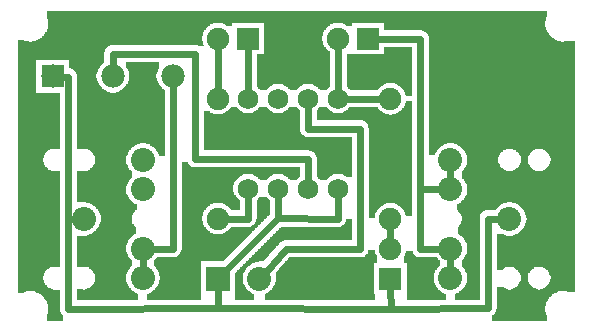
<source format=gtl>
G04 MADE WITH FRITZING*
G04 WWW.FRITZING.ORG*
G04 DOUBLE SIDED*
G04 HOLES PLATED*
G04 CONTOUR ON CENTER OF CONTOUR VECTOR*
%ASAXBY*%
%FSLAX23Y23*%
%MOIN*%
%OFA0B0*%
%SFA1.0B1.0*%
%ADD10C,0.075000*%
%ADD11C,0.068000*%
%ADD12C,0.080350*%
%ADD13C,0.080000*%
%ADD14C,0.078000*%
%ADD15R,0.080000X0.080000*%
%ADD16R,0.075000X0.075000*%
%ADD17R,0.078000X0.078000*%
%ADD18C,0.024000*%
%LNCOPPER1*%
G90*
G70*
G54D10*
X1295Y890D03*
X1266Y653D03*
X746Y663D03*
X582Y200D03*
X975Y202D03*
X1461Y1025D03*
G54D11*
X815Y484D03*
X915Y484D03*
X1015Y484D03*
X1115Y484D03*
X1115Y784D03*
X1015Y784D03*
X915Y784D03*
X815Y784D03*
X815Y484D03*
X915Y484D03*
X1015Y484D03*
X1115Y484D03*
X1115Y784D03*
X1015Y784D03*
X915Y784D03*
X815Y784D03*
G54D12*
X1687Y382D03*
X1490Y185D03*
X1490Y284D03*
X1490Y481D03*
X1490Y579D03*
G54D13*
X715Y184D03*
X853Y184D03*
G54D10*
X1290Y383D03*
X1290Y783D03*
X1290Y183D03*
X1290Y283D03*
G54D14*
X165Y858D03*
X365Y858D03*
X565Y858D03*
G54D10*
X715Y384D03*
X715Y784D03*
X815Y984D03*
X715Y984D03*
X1215Y984D03*
X1115Y984D03*
G54D12*
X268Y382D03*
X465Y579D03*
X465Y481D03*
X465Y284D03*
X465Y185D03*
G54D15*
X715Y184D03*
G54D16*
X1290Y183D03*
G54D17*
X165Y858D03*
G54D16*
X815Y984D03*
X1215Y984D03*
G54D18*
X465Y227D02*
X465Y243D01*
D02*
X737Y206D02*
X915Y385D01*
D02*
X1115Y384D02*
X1115Y457D01*
D02*
X915Y385D02*
X1115Y384D01*
D02*
X915Y385D02*
X915Y457D01*
D02*
X815Y384D02*
X744Y384D01*
D02*
X815Y457D02*
X815Y384D01*
D02*
X815Y811D02*
X815Y955D01*
D02*
X1615Y384D02*
X1646Y383D01*
D02*
X1615Y85D02*
X1615Y384D01*
D02*
X1390Y483D02*
X1449Y482D01*
D02*
X1390Y282D02*
X1390Y483D01*
D02*
X1490Y522D02*
X1490Y538D01*
D02*
X1390Y282D02*
X1449Y283D01*
D02*
X1490Y243D02*
X1490Y227D01*
D02*
X1291Y83D02*
X1615Y85D01*
D02*
X715Y955D02*
X715Y812D01*
D02*
X216Y83D02*
X216Y383D01*
D02*
X715Y85D02*
X216Y83D01*
D02*
X715Y153D02*
X715Y85D01*
D02*
X1290Y311D02*
X1290Y354D01*
D02*
X1291Y83D02*
X1290Y154D01*
D02*
X715Y85D02*
X1291Y83D01*
D02*
X1262Y783D02*
X1142Y784D01*
D02*
X1115Y784D02*
X1262Y783D01*
D02*
X1115Y955D02*
X1115Y784D01*
D02*
X1390Y282D02*
X1390Y982D01*
D02*
X1390Y982D02*
X1244Y984D01*
D02*
X639Y933D02*
X639Y582D01*
D02*
X639Y582D02*
X1016Y582D01*
D02*
X1016Y582D02*
X1015Y511D01*
D02*
X364Y933D02*
X639Y933D01*
D02*
X365Y888D02*
X364Y933D01*
D02*
X216Y383D02*
X227Y383D01*
D02*
X216Y857D02*
X216Y383D01*
D02*
X195Y857D02*
X216Y857D01*
D02*
X565Y282D02*
X565Y828D01*
D02*
X507Y283D02*
X565Y282D01*
D02*
X1189Y282D02*
X1189Y684D01*
D02*
X1015Y684D02*
X1015Y757D01*
D02*
X1189Y684D02*
X1015Y684D01*
D02*
X941Y283D02*
X1189Y282D01*
D02*
X874Y207D02*
X941Y283D01*
G36*
X1268Y955D02*
X1268Y931D01*
X1144Y931D01*
X1144Y837D01*
X1296Y837D01*
X1296Y835D01*
X1304Y835D01*
X1304Y833D01*
X1310Y833D01*
X1310Y831D01*
X1312Y831D01*
X1312Y829D01*
X1316Y829D01*
X1316Y827D01*
X1320Y827D01*
X1320Y825D01*
X1322Y825D01*
X1322Y823D01*
X1324Y823D01*
X1324Y821D01*
X1326Y821D01*
X1326Y819D01*
X1328Y819D01*
X1328Y817D01*
X1330Y817D01*
X1330Y815D01*
X1332Y815D01*
X1332Y813D01*
X1334Y813D01*
X1334Y809D01*
X1336Y809D01*
X1336Y807D01*
X1338Y807D01*
X1338Y803D01*
X1340Y803D01*
X1340Y797D01*
X1342Y797D01*
X1342Y791D01*
X1362Y791D01*
X1362Y955D01*
X1268Y955D01*
G37*
D02*
G36*
X1144Y837D02*
X1144Y823D01*
X1146Y823D01*
X1146Y821D01*
X1148Y821D01*
X1148Y819D01*
X1150Y819D01*
X1150Y817D01*
X1152Y817D01*
X1152Y815D01*
X1154Y815D01*
X1154Y811D01*
X1248Y811D01*
X1248Y815D01*
X1250Y815D01*
X1250Y817D01*
X1252Y817D01*
X1252Y819D01*
X1254Y819D01*
X1254Y821D01*
X1256Y821D01*
X1256Y823D01*
X1258Y823D01*
X1258Y825D01*
X1262Y825D01*
X1262Y827D01*
X1264Y827D01*
X1264Y829D01*
X1268Y829D01*
X1268Y831D01*
X1272Y831D01*
X1272Y833D01*
X1276Y833D01*
X1276Y835D01*
X1284Y835D01*
X1284Y837D01*
X1144Y837D01*
G37*
D02*
G36*
X1342Y775D02*
X1342Y769D01*
X1340Y769D01*
X1340Y763D01*
X1338Y763D01*
X1338Y759D01*
X1336Y759D01*
X1336Y757D01*
X1334Y757D01*
X1334Y753D01*
X1332Y753D01*
X1332Y751D01*
X1330Y751D01*
X1330Y749D01*
X1328Y749D01*
X1328Y747D01*
X1326Y747D01*
X1326Y745D01*
X1324Y745D01*
X1324Y743D01*
X1322Y743D01*
X1322Y741D01*
X1320Y741D01*
X1320Y739D01*
X1316Y739D01*
X1316Y737D01*
X1312Y737D01*
X1312Y735D01*
X1310Y735D01*
X1310Y733D01*
X1304Y733D01*
X1304Y731D01*
X1296Y731D01*
X1296Y729D01*
X1362Y729D01*
X1362Y775D01*
X1342Y775D01*
G37*
D02*
G36*
X1054Y757D02*
X1054Y755D01*
X1052Y755D01*
X1052Y751D01*
X1050Y751D01*
X1050Y749D01*
X1048Y749D01*
X1048Y747D01*
X1044Y747D01*
X1044Y735D01*
X1104Y735D01*
X1104Y737D01*
X1098Y737D01*
X1098Y739D01*
X1094Y739D01*
X1094Y741D01*
X1090Y741D01*
X1090Y743D01*
X1088Y743D01*
X1088Y745D01*
X1086Y745D01*
X1086Y747D01*
X1084Y747D01*
X1084Y749D01*
X1082Y749D01*
X1082Y751D01*
X1080Y751D01*
X1080Y753D01*
X1078Y753D01*
X1078Y755D01*
X1076Y755D01*
X1076Y757D01*
X1054Y757D01*
G37*
D02*
G36*
X1152Y755D02*
X1152Y751D01*
X1150Y751D01*
X1150Y749D01*
X1148Y749D01*
X1148Y747D01*
X1144Y747D01*
X1144Y745D01*
X1142Y745D01*
X1142Y743D01*
X1140Y743D01*
X1140Y741D01*
X1136Y741D01*
X1136Y739D01*
X1132Y739D01*
X1132Y737D01*
X1128Y737D01*
X1128Y735D01*
X1268Y735D01*
X1268Y737D01*
X1264Y737D01*
X1264Y739D01*
X1262Y739D01*
X1262Y741D01*
X1258Y741D01*
X1258Y743D01*
X1256Y743D01*
X1256Y745D01*
X1254Y745D01*
X1254Y747D01*
X1252Y747D01*
X1252Y749D01*
X1250Y749D01*
X1250Y751D01*
X1248Y751D01*
X1248Y755D01*
X1152Y755D01*
G37*
D02*
G36*
X1044Y735D02*
X1044Y733D01*
X1272Y733D01*
X1272Y735D01*
X1044Y735D01*
G37*
D02*
G36*
X1044Y735D02*
X1044Y733D01*
X1272Y733D01*
X1272Y735D01*
X1044Y735D01*
G37*
D02*
G36*
X1044Y733D02*
X1044Y729D01*
X1284Y729D01*
X1284Y731D01*
X1276Y731D01*
X1276Y733D01*
X1044Y733D01*
G37*
D02*
G36*
X1044Y729D02*
X1044Y727D01*
X1362Y727D01*
X1362Y729D01*
X1044Y729D01*
G37*
D02*
G36*
X1044Y729D02*
X1044Y727D01*
X1362Y727D01*
X1362Y729D01*
X1044Y729D01*
G37*
D02*
G36*
X1044Y727D02*
X1044Y713D01*
X1184Y713D01*
X1184Y711D01*
X1200Y711D01*
X1200Y709D01*
X1204Y709D01*
X1204Y707D01*
X1206Y707D01*
X1206Y705D01*
X1208Y705D01*
X1208Y703D01*
X1210Y703D01*
X1210Y701D01*
X1212Y701D01*
X1212Y699D01*
X1214Y699D01*
X1214Y695D01*
X1216Y695D01*
X1216Y687D01*
X1218Y687D01*
X1218Y437D01*
X1296Y437D01*
X1296Y435D01*
X1304Y435D01*
X1304Y433D01*
X1310Y433D01*
X1310Y431D01*
X1312Y431D01*
X1312Y429D01*
X1316Y429D01*
X1316Y427D01*
X1320Y427D01*
X1320Y425D01*
X1322Y425D01*
X1322Y423D01*
X1324Y423D01*
X1324Y421D01*
X1326Y421D01*
X1326Y419D01*
X1328Y419D01*
X1328Y417D01*
X1330Y417D01*
X1330Y415D01*
X1332Y415D01*
X1332Y413D01*
X1334Y413D01*
X1334Y409D01*
X1336Y409D01*
X1336Y407D01*
X1338Y407D01*
X1338Y403D01*
X1340Y403D01*
X1340Y397D01*
X1342Y397D01*
X1342Y391D01*
X1362Y391D01*
X1362Y727D01*
X1044Y727D01*
G37*
D02*
G36*
X1218Y437D02*
X1218Y387D01*
X1238Y387D01*
X1238Y397D01*
X1240Y397D01*
X1240Y401D01*
X1242Y401D01*
X1242Y405D01*
X1244Y405D01*
X1244Y409D01*
X1246Y409D01*
X1246Y411D01*
X1248Y411D01*
X1248Y415D01*
X1250Y415D01*
X1250Y417D01*
X1252Y417D01*
X1252Y419D01*
X1254Y419D01*
X1254Y421D01*
X1256Y421D01*
X1256Y423D01*
X1258Y423D01*
X1258Y425D01*
X1262Y425D01*
X1262Y427D01*
X1264Y427D01*
X1264Y429D01*
X1268Y429D01*
X1268Y431D01*
X1272Y431D01*
X1272Y433D01*
X1276Y433D01*
X1276Y435D01*
X1284Y435D01*
X1284Y437D01*
X1218Y437D01*
G37*
D02*
G36*
X854Y757D02*
X854Y755D01*
X852Y755D01*
X852Y751D01*
X850Y751D01*
X850Y749D01*
X848Y749D01*
X848Y747D01*
X844Y747D01*
X844Y745D01*
X842Y745D01*
X842Y743D01*
X840Y743D01*
X840Y741D01*
X836Y741D01*
X836Y739D01*
X832Y739D01*
X832Y737D01*
X828Y737D01*
X828Y735D01*
X904Y735D01*
X904Y737D01*
X898Y737D01*
X898Y739D01*
X894Y739D01*
X894Y741D01*
X890Y741D01*
X890Y743D01*
X888Y743D01*
X888Y745D01*
X886Y745D01*
X886Y747D01*
X884Y747D01*
X884Y749D01*
X882Y749D01*
X882Y751D01*
X880Y751D01*
X880Y753D01*
X878Y753D01*
X878Y755D01*
X876Y755D01*
X876Y757D01*
X854Y757D01*
G37*
D02*
G36*
X954Y757D02*
X954Y755D01*
X952Y755D01*
X952Y751D01*
X950Y751D01*
X950Y749D01*
X948Y749D01*
X948Y747D01*
X944Y747D01*
X944Y745D01*
X942Y745D01*
X942Y743D01*
X940Y743D01*
X940Y741D01*
X936Y741D01*
X936Y739D01*
X932Y739D01*
X932Y737D01*
X928Y737D01*
X928Y735D01*
X988Y735D01*
X988Y745D01*
X986Y745D01*
X986Y747D01*
X984Y747D01*
X984Y749D01*
X982Y749D01*
X982Y751D01*
X980Y751D01*
X980Y753D01*
X978Y753D01*
X978Y755D01*
X976Y755D01*
X976Y757D01*
X954Y757D01*
G37*
D02*
G36*
X758Y755D02*
X758Y753D01*
X756Y753D01*
X756Y751D01*
X754Y751D01*
X754Y749D01*
X752Y749D01*
X752Y747D01*
X750Y747D01*
X750Y745D01*
X748Y745D01*
X748Y743D01*
X746Y743D01*
X746Y741D01*
X742Y741D01*
X742Y739D01*
X740Y739D01*
X740Y737D01*
X736Y737D01*
X736Y735D01*
X804Y735D01*
X804Y737D01*
X798Y737D01*
X798Y739D01*
X794Y739D01*
X794Y741D01*
X790Y741D01*
X790Y743D01*
X788Y743D01*
X788Y745D01*
X786Y745D01*
X786Y747D01*
X784Y747D01*
X784Y749D01*
X782Y749D01*
X782Y751D01*
X780Y751D01*
X780Y753D01*
X778Y753D01*
X778Y755D01*
X758Y755D01*
G37*
D02*
G36*
X668Y741D02*
X668Y731D01*
X704Y731D01*
X704Y733D01*
X698Y733D01*
X698Y735D01*
X694Y735D01*
X694Y737D01*
X690Y737D01*
X690Y739D01*
X688Y739D01*
X688Y741D01*
X668Y741D01*
G37*
D02*
G36*
X732Y735D02*
X732Y733D01*
X988Y733D01*
X988Y735D01*
X732Y735D01*
G37*
D02*
G36*
X732Y735D02*
X732Y733D01*
X988Y733D01*
X988Y735D01*
X732Y735D01*
G37*
D02*
G36*
X732Y735D02*
X732Y733D01*
X988Y733D01*
X988Y735D01*
X732Y735D01*
G37*
D02*
G36*
X726Y733D02*
X726Y731D01*
X988Y731D01*
X988Y733D01*
X726Y733D01*
G37*
D02*
G36*
X668Y731D02*
X668Y729D01*
X988Y729D01*
X988Y731D01*
X668Y731D01*
G37*
D02*
G36*
X668Y731D02*
X668Y729D01*
X988Y729D01*
X988Y731D01*
X668Y731D01*
G37*
D02*
G36*
X668Y729D02*
X668Y611D01*
X1020Y611D01*
X1020Y609D01*
X1028Y609D01*
X1028Y607D01*
X1030Y607D01*
X1030Y605D01*
X1034Y605D01*
X1034Y603D01*
X1036Y603D01*
X1036Y601D01*
X1038Y601D01*
X1038Y599D01*
X1040Y599D01*
X1040Y595D01*
X1042Y595D01*
X1042Y589D01*
X1044Y589D01*
X1044Y535D01*
X1116Y535D01*
X1116Y533D01*
X1128Y533D01*
X1128Y531D01*
X1132Y531D01*
X1132Y529D01*
X1136Y529D01*
X1136Y527D01*
X1140Y527D01*
X1140Y525D01*
X1142Y525D01*
X1142Y523D01*
X1162Y523D01*
X1162Y657D01*
X1006Y657D01*
X1006Y659D01*
X1002Y659D01*
X1002Y661D01*
X998Y661D01*
X998Y663D01*
X996Y663D01*
X996Y665D01*
X994Y665D01*
X994Y667D01*
X992Y667D01*
X992Y671D01*
X990Y671D01*
X990Y675D01*
X988Y675D01*
X988Y729D01*
X668Y729D01*
G37*
D02*
G36*
X1044Y535D02*
X1044Y523D01*
X1046Y523D01*
X1046Y521D01*
X1048Y521D01*
X1048Y519D01*
X1050Y519D01*
X1050Y517D01*
X1052Y517D01*
X1052Y515D01*
X1054Y515D01*
X1054Y511D01*
X1076Y511D01*
X1076Y513D01*
X1078Y513D01*
X1078Y515D01*
X1080Y515D01*
X1080Y517D01*
X1082Y517D01*
X1082Y519D01*
X1084Y519D01*
X1084Y521D01*
X1086Y521D01*
X1086Y523D01*
X1088Y523D01*
X1088Y525D01*
X1090Y525D01*
X1090Y527D01*
X1094Y527D01*
X1094Y529D01*
X1098Y529D01*
X1098Y531D01*
X1104Y531D01*
X1104Y533D01*
X1114Y533D01*
X1114Y535D01*
X1044Y535D01*
G37*
D02*
G36*
X594Y573D02*
X594Y535D01*
X916Y535D01*
X916Y533D01*
X928Y533D01*
X928Y531D01*
X932Y531D01*
X932Y529D01*
X936Y529D01*
X936Y527D01*
X940Y527D01*
X940Y525D01*
X942Y525D01*
X942Y523D01*
X946Y523D01*
X946Y521D01*
X948Y521D01*
X948Y519D01*
X950Y519D01*
X950Y517D01*
X952Y517D01*
X952Y515D01*
X954Y515D01*
X954Y511D01*
X976Y511D01*
X976Y513D01*
X978Y513D01*
X978Y515D01*
X980Y515D01*
X980Y517D01*
X982Y517D01*
X982Y519D01*
X984Y519D01*
X984Y521D01*
X986Y521D01*
X986Y523D01*
X988Y523D01*
X988Y555D01*
X630Y555D01*
X630Y557D01*
X626Y557D01*
X626Y559D01*
X622Y559D01*
X622Y561D01*
X620Y561D01*
X620Y563D01*
X618Y563D01*
X618Y565D01*
X616Y565D01*
X616Y569D01*
X614Y569D01*
X614Y573D01*
X594Y573D01*
G37*
D02*
G36*
X594Y535D02*
X594Y437D01*
X726Y437D01*
X726Y435D01*
X732Y435D01*
X732Y433D01*
X736Y433D01*
X736Y431D01*
X740Y431D01*
X740Y429D01*
X742Y429D01*
X742Y427D01*
X746Y427D01*
X746Y425D01*
X748Y425D01*
X748Y423D01*
X750Y423D01*
X750Y421D01*
X752Y421D01*
X752Y419D01*
X754Y419D01*
X754Y417D01*
X756Y417D01*
X756Y415D01*
X758Y415D01*
X758Y413D01*
X788Y413D01*
X788Y445D01*
X786Y445D01*
X786Y447D01*
X784Y447D01*
X784Y449D01*
X782Y449D01*
X782Y451D01*
X780Y451D01*
X780Y453D01*
X778Y453D01*
X778Y455D01*
X776Y455D01*
X776Y457D01*
X774Y457D01*
X774Y461D01*
X772Y461D01*
X772Y463D01*
X770Y463D01*
X770Y467D01*
X768Y467D01*
X768Y473D01*
X766Y473D01*
X766Y495D01*
X768Y495D01*
X768Y501D01*
X770Y501D01*
X770Y505D01*
X772Y505D01*
X772Y509D01*
X774Y509D01*
X774Y511D01*
X776Y511D01*
X776Y513D01*
X778Y513D01*
X778Y515D01*
X780Y515D01*
X780Y517D01*
X782Y517D01*
X782Y519D01*
X784Y519D01*
X784Y521D01*
X786Y521D01*
X786Y523D01*
X788Y523D01*
X788Y525D01*
X790Y525D01*
X790Y527D01*
X794Y527D01*
X794Y529D01*
X798Y529D01*
X798Y531D01*
X804Y531D01*
X804Y533D01*
X814Y533D01*
X814Y535D01*
X594Y535D01*
G37*
D02*
G36*
X816Y535D02*
X816Y533D01*
X828Y533D01*
X828Y531D01*
X832Y531D01*
X832Y529D01*
X836Y529D01*
X836Y527D01*
X840Y527D01*
X840Y525D01*
X842Y525D01*
X842Y523D01*
X846Y523D01*
X846Y521D01*
X848Y521D01*
X848Y519D01*
X850Y519D01*
X850Y517D01*
X852Y517D01*
X852Y515D01*
X854Y515D01*
X854Y511D01*
X876Y511D01*
X876Y513D01*
X878Y513D01*
X878Y515D01*
X880Y515D01*
X880Y517D01*
X882Y517D01*
X882Y519D01*
X884Y519D01*
X884Y521D01*
X886Y521D01*
X886Y523D01*
X888Y523D01*
X888Y525D01*
X890Y525D01*
X890Y527D01*
X894Y527D01*
X894Y529D01*
X898Y529D01*
X898Y531D01*
X904Y531D01*
X904Y533D01*
X914Y533D01*
X914Y535D01*
X816Y535D01*
G37*
D02*
G36*
X854Y457D02*
X854Y455D01*
X852Y455D01*
X852Y451D01*
X850Y451D01*
X850Y449D01*
X848Y449D01*
X848Y447D01*
X844Y447D01*
X844Y381D01*
X842Y381D01*
X842Y373D01*
X840Y373D01*
X840Y369D01*
X838Y369D01*
X838Y367D01*
X836Y367D01*
X836Y365D01*
X834Y365D01*
X834Y363D01*
X832Y363D01*
X832Y361D01*
X830Y361D01*
X830Y359D01*
X826Y359D01*
X826Y357D01*
X758Y357D01*
X758Y353D01*
X756Y353D01*
X756Y351D01*
X754Y351D01*
X754Y349D01*
X752Y349D01*
X752Y347D01*
X750Y347D01*
X750Y345D01*
X748Y345D01*
X748Y343D01*
X746Y343D01*
X746Y341D01*
X742Y341D01*
X742Y339D01*
X740Y339D01*
X740Y337D01*
X736Y337D01*
X736Y335D01*
X732Y335D01*
X732Y333D01*
X726Y333D01*
X726Y331D01*
X824Y331D01*
X824Y333D01*
X826Y333D01*
X826Y335D01*
X828Y335D01*
X828Y339D01*
X830Y339D01*
X830Y341D01*
X832Y341D01*
X832Y343D01*
X834Y343D01*
X834Y345D01*
X836Y345D01*
X836Y347D01*
X838Y347D01*
X838Y349D01*
X840Y349D01*
X840Y351D01*
X842Y351D01*
X842Y353D01*
X844Y353D01*
X844Y355D01*
X846Y355D01*
X846Y357D01*
X848Y357D01*
X848Y359D01*
X850Y359D01*
X850Y361D01*
X852Y361D01*
X852Y363D01*
X854Y363D01*
X854Y365D01*
X856Y365D01*
X856Y367D01*
X858Y367D01*
X858Y369D01*
X860Y369D01*
X860Y371D01*
X862Y371D01*
X862Y373D01*
X864Y373D01*
X864Y375D01*
X866Y375D01*
X866Y377D01*
X868Y377D01*
X868Y379D01*
X870Y379D01*
X870Y381D01*
X872Y381D01*
X872Y383D01*
X874Y383D01*
X874Y385D01*
X876Y385D01*
X876Y387D01*
X878Y387D01*
X878Y389D01*
X880Y389D01*
X880Y391D01*
X882Y391D01*
X882Y393D01*
X884Y393D01*
X884Y395D01*
X886Y395D01*
X886Y397D01*
X888Y397D01*
X888Y445D01*
X886Y445D01*
X886Y447D01*
X884Y447D01*
X884Y449D01*
X882Y449D01*
X882Y451D01*
X880Y451D01*
X880Y453D01*
X878Y453D01*
X878Y455D01*
X876Y455D01*
X876Y457D01*
X854Y457D01*
G37*
D02*
G36*
X594Y437D02*
X594Y331D01*
X704Y331D01*
X704Y333D01*
X698Y333D01*
X698Y335D01*
X694Y335D01*
X694Y337D01*
X690Y337D01*
X690Y339D01*
X688Y339D01*
X688Y341D01*
X686Y341D01*
X686Y343D01*
X682Y343D01*
X682Y345D01*
X680Y345D01*
X680Y347D01*
X678Y347D01*
X678Y349D01*
X676Y349D01*
X676Y351D01*
X674Y351D01*
X674Y355D01*
X672Y355D01*
X672Y357D01*
X670Y357D01*
X670Y361D01*
X668Y361D01*
X668Y363D01*
X666Y363D01*
X666Y369D01*
X664Y369D01*
X664Y375D01*
X662Y375D01*
X662Y393D01*
X664Y393D01*
X664Y401D01*
X666Y401D01*
X666Y405D01*
X668Y405D01*
X668Y409D01*
X670Y409D01*
X670Y411D01*
X672Y411D01*
X672Y413D01*
X674Y413D01*
X674Y417D01*
X676Y417D01*
X676Y419D01*
X678Y419D01*
X678Y421D01*
X680Y421D01*
X680Y423D01*
X682Y423D01*
X682Y425D01*
X684Y425D01*
X684Y427D01*
X688Y427D01*
X688Y429D01*
X690Y429D01*
X690Y431D01*
X694Y431D01*
X694Y433D01*
X698Y433D01*
X698Y435D01*
X704Y435D01*
X704Y437D01*
X594Y437D01*
G37*
D02*
G36*
X594Y331D02*
X594Y329D01*
X822Y329D01*
X822Y331D01*
X594Y331D01*
G37*
D02*
G36*
X594Y331D02*
X594Y329D01*
X822Y329D01*
X822Y331D01*
X594Y331D01*
G37*
D02*
G36*
X594Y329D02*
X594Y279D01*
X592Y279D01*
X592Y271D01*
X590Y271D01*
X590Y267D01*
X588Y267D01*
X588Y265D01*
X586Y265D01*
X586Y263D01*
X584Y263D01*
X584Y261D01*
X582Y261D01*
X582Y259D01*
X580Y259D01*
X580Y257D01*
X576Y257D01*
X576Y255D01*
X512Y255D01*
X512Y253D01*
X510Y253D01*
X510Y251D01*
X508Y251D01*
X508Y249D01*
X506Y249D01*
X506Y247D01*
X504Y247D01*
X504Y245D01*
X502Y245D01*
X502Y225D01*
X504Y225D01*
X504Y223D01*
X506Y223D01*
X506Y221D01*
X508Y221D01*
X508Y219D01*
X510Y219D01*
X510Y215D01*
X512Y215D01*
X512Y213D01*
X514Y213D01*
X514Y209D01*
X516Y209D01*
X516Y205D01*
X518Y205D01*
X518Y201D01*
X520Y201D01*
X520Y191D01*
X522Y191D01*
X522Y179D01*
X520Y179D01*
X520Y171D01*
X518Y171D01*
X518Y165D01*
X516Y165D01*
X516Y161D01*
X514Y161D01*
X514Y159D01*
X512Y159D01*
X512Y155D01*
X510Y155D01*
X510Y153D01*
X508Y153D01*
X508Y151D01*
X506Y151D01*
X506Y149D01*
X504Y149D01*
X504Y147D01*
X502Y147D01*
X502Y145D01*
X500Y145D01*
X500Y143D01*
X498Y143D01*
X498Y141D01*
X496Y141D01*
X496Y139D01*
X492Y139D01*
X492Y137D01*
X490Y137D01*
X490Y135D01*
X486Y135D01*
X486Y133D01*
X480Y133D01*
X480Y113D01*
X660Y113D01*
X660Y241D01*
X734Y241D01*
X734Y243D01*
X736Y243D01*
X736Y245D01*
X738Y245D01*
X738Y247D01*
X740Y247D01*
X740Y249D01*
X742Y249D01*
X742Y251D01*
X744Y251D01*
X744Y253D01*
X746Y253D01*
X746Y255D01*
X748Y255D01*
X748Y257D01*
X750Y257D01*
X750Y259D01*
X752Y259D01*
X752Y261D01*
X754Y261D01*
X754Y263D01*
X756Y263D01*
X756Y265D01*
X758Y265D01*
X758Y267D01*
X760Y267D01*
X760Y269D01*
X762Y269D01*
X762Y271D01*
X764Y271D01*
X764Y273D01*
X766Y273D01*
X766Y275D01*
X768Y275D01*
X768Y277D01*
X770Y277D01*
X770Y279D01*
X772Y279D01*
X772Y281D01*
X774Y281D01*
X774Y283D01*
X776Y283D01*
X776Y285D01*
X778Y285D01*
X778Y287D01*
X780Y287D01*
X780Y289D01*
X782Y289D01*
X782Y291D01*
X784Y291D01*
X784Y293D01*
X786Y293D01*
X786Y295D01*
X788Y295D01*
X788Y297D01*
X790Y297D01*
X790Y299D01*
X792Y299D01*
X792Y301D01*
X794Y301D01*
X794Y303D01*
X796Y303D01*
X796Y305D01*
X798Y305D01*
X798Y307D01*
X800Y307D01*
X800Y309D01*
X802Y309D01*
X802Y311D01*
X804Y311D01*
X804Y313D01*
X806Y313D01*
X806Y315D01*
X808Y315D01*
X808Y317D01*
X810Y317D01*
X810Y319D01*
X812Y319D01*
X812Y321D01*
X814Y321D01*
X814Y323D01*
X816Y323D01*
X816Y325D01*
X818Y325D01*
X818Y327D01*
X820Y327D01*
X820Y329D01*
X594Y329D01*
G37*
D02*
G36*
X1142Y383D02*
X1142Y373D01*
X1140Y373D01*
X1140Y369D01*
X1138Y369D01*
X1138Y367D01*
X1136Y367D01*
X1136Y365D01*
X1134Y365D01*
X1134Y363D01*
X1132Y363D01*
X1132Y361D01*
X1130Y361D01*
X1130Y359D01*
X1126Y359D01*
X1126Y357D01*
X926Y357D01*
X926Y355D01*
X924Y355D01*
X924Y353D01*
X922Y353D01*
X922Y351D01*
X920Y351D01*
X920Y349D01*
X918Y349D01*
X918Y347D01*
X916Y347D01*
X916Y345D01*
X914Y345D01*
X914Y343D01*
X912Y343D01*
X912Y341D01*
X910Y341D01*
X910Y339D01*
X908Y339D01*
X908Y337D01*
X906Y337D01*
X906Y335D01*
X904Y335D01*
X904Y333D01*
X902Y333D01*
X902Y331D01*
X900Y331D01*
X900Y329D01*
X898Y329D01*
X898Y327D01*
X896Y327D01*
X896Y325D01*
X894Y325D01*
X894Y323D01*
X892Y323D01*
X892Y321D01*
X890Y321D01*
X890Y319D01*
X888Y319D01*
X888Y317D01*
X886Y317D01*
X886Y315D01*
X884Y315D01*
X884Y313D01*
X882Y313D01*
X882Y311D01*
X880Y311D01*
X880Y309D01*
X878Y309D01*
X878Y307D01*
X876Y307D01*
X876Y305D01*
X874Y305D01*
X874Y303D01*
X872Y303D01*
X872Y301D01*
X870Y301D01*
X870Y299D01*
X868Y299D01*
X868Y297D01*
X866Y297D01*
X866Y295D01*
X864Y295D01*
X864Y293D01*
X862Y293D01*
X862Y291D01*
X860Y291D01*
X860Y289D01*
X858Y289D01*
X858Y287D01*
X856Y287D01*
X856Y285D01*
X854Y285D01*
X854Y283D01*
X852Y283D01*
X852Y281D01*
X850Y281D01*
X850Y279D01*
X848Y279D01*
X848Y277D01*
X846Y277D01*
X846Y275D01*
X844Y275D01*
X844Y273D01*
X842Y273D01*
X842Y271D01*
X840Y271D01*
X840Y269D01*
X838Y269D01*
X838Y267D01*
X836Y267D01*
X836Y265D01*
X834Y265D01*
X834Y263D01*
X832Y263D01*
X832Y261D01*
X830Y261D01*
X830Y259D01*
X828Y259D01*
X828Y257D01*
X826Y257D01*
X826Y255D01*
X824Y255D01*
X824Y253D01*
X822Y253D01*
X822Y251D01*
X820Y251D01*
X820Y249D01*
X818Y249D01*
X818Y247D01*
X816Y247D01*
X816Y245D01*
X814Y245D01*
X814Y243D01*
X812Y243D01*
X812Y241D01*
X810Y241D01*
X810Y239D01*
X808Y239D01*
X808Y237D01*
X806Y237D01*
X806Y235D01*
X804Y235D01*
X804Y233D01*
X802Y233D01*
X802Y231D01*
X800Y231D01*
X800Y229D01*
X798Y229D01*
X798Y227D01*
X796Y227D01*
X796Y225D01*
X794Y225D01*
X794Y223D01*
X792Y223D01*
X792Y221D01*
X790Y221D01*
X790Y219D01*
X788Y219D01*
X788Y217D01*
X786Y217D01*
X786Y215D01*
X784Y215D01*
X784Y213D01*
X782Y213D01*
X782Y211D01*
X780Y211D01*
X780Y209D01*
X778Y209D01*
X778Y207D01*
X776Y207D01*
X776Y205D01*
X774Y205D01*
X774Y203D01*
X772Y203D01*
X772Y113D01*
X834Y113D01*
X834Y133D01*
X830Y133D01*
X830Y135D01*
X828Y135D01*
X828Y137D01*
X824Y137D01*
X824Y139D01*
X822Y139D01*
X822Y141D01*
X818Y141D01*
X818Y143D01*
X816Y143D01*
X816Y145D01*
X814Y145D01*
X814Y147D01*
X812Y147D01*
X812Y149D01*
X810Y149D01*
X810Y153D01*
X808Y153D01*
X808Y155D01*
X806Y155D01*
X806Y159D01*
X804Y159D01*
X804Y161D01*
X802Y161D01*
X802Y165D01*
X800Y165D01*
X800Y171D01*
X798Y171D01*
X798Y197D01*
X800Y197D01*
X800Y203D01*
X802Y203D01*
X802Y207D01*
X804Y207D01*
X804Y209D01*
X806Y209D01*
X806Y213D01*
X808Y213D01*
X808Y215D01*
X810Y215D01*
X810Y219D01*
X812Y219D01*
X812Y221D01*
X814Y221D01*
X814Y223D01*
X816Y223D01*
X816Y225D01*
X818Y225D01*
X818Y227D01*
X822Y227D01*
X822Y229D01*
X824Y229D01*
X824Y231D01*
X828Y231D01*
X828Y233D01*
X830Y233D01*
X830Y235D01*
X834Y235D01*
X834Y237D01*
X840Y237D01*
X840Y239D01*
X852Y239D01*
X852Y241D01*
X868Y241D01*
X868Y245D01*
X870Y245D01*
X870Y247D01*
X872Y247D01*
X872Y249D01*
X874Y249D01*
X874Y251D01*
X876Y251D01*
X876Y253D01*
X878Y253D01*
X878Y255D01*
X880Y255D01*
X880Y257D01*
X882Y257D01*
X882Y259D01*
X884Y259D01*
X884Y261D01*
X886Y261D01*
X886Y265D01*
X888Y265D01*
X888Y267D01*
X890Y267D01*
X890Y269D01*
X892Y269D01*
X892Y271D01*
X894Y271D01*
X894Y273D01*
X896Y273D01*
X896Y275D01*
X898Y275D01*
X898Y277D01*
X900Y277D01*
X900Y279D01*
X902Y279D01*
X902Y283D01*
X904Y283D01*
X904Y285D01*
X906Y285D01*
X906Y287D01*
X908Y287D01*
X908Y289D01*
X910Y289D01*
X910Y291D01*
X912Y291D01*
X912Y293D01*
X914Y293D01*
X914Y295D01*
X916Y295D01*
X916Y297D01*
X918Y297D01*
X918Y301D01*
X920Y301D01*
X920Y303D01*
X922Y303D01*
X922Y305D01*
X926Y305D01*
X926Y307D01*
X928Y307D01*
X928Y309D01*
X934Y309D01*
X934Y311D01*
X1162Y311D01*
X1162Y383D01*
X1142Y383D01*
G37*
D02*
G36*
X1216Y279D02*
X1216Y271D01*
X1214Y271D01*
X1214Y267D01*
X1212Y267D01*
X1212Y265D01*
X1210Y265D01*
X1210Y263D01*
X1208Y263D01*
X1208Y261D01*
X1206Y261D01*
X1206Y259D01*
X1204Y259D01*
X1204Y257D01*
X1200Y257D01*
X1200Y255D01*
X952Y255D01*
X952Y251D01*
X950Y251D01*
X950Y249D01*
X948Y249D01*
X948Y247D01*
X946Y247D01*
X946Y245D01*
X944Y245D01*
X944Y243D01*
X942Y243D01*
X942Y241D01*
X940Y241D01*
X940Y239D01*
X938Y239D01*
X938Y237D01*
X936Y237D01*
X936Y233D01*
X934Y233D01*
X934Y231D01*
X932Y231D01*
X932Y229D01*
X930Y229D01*
X930Y227D01*
X928Y227D01*
X928Y225D01*
X926Y225D01*
X926Y223D01*
X924Y223D01*
X924Y221D01*
X922Y221D01*
X922Y219D01*
X920Y219D01*
X920Y215D01*
X918Y215D01*
X918Y213D01*
X916Y213D01*
X916Y211D01*
X914Y211D01*
X914Y209D01*
X912Y209D01*
X912Y207D01*
X910Y207D01*
X910Y205D01*
X908Y205D01*
X908Y185D01*
X910Y185D01*
X910Y183D01*
X908Y183D01*
X908Y171D01*
X906Y171D01*
X906Y165D01*
X904Y165D01*
X904Y161D01*
X902Y161D01*
X902Y159D01*
X900Y159D01*
X900Y155D01*
X898Y155D01*
X898Y153D01*
X896Y153D01*
X896Y149D01*
X894Y149D01*
X894Y147D01*
X892Y147D01*
X892Y145D01*
X890Y145D01*
X890Y143D01*
X888Y143D01*
X888Y141D01*
X884Y141D01*
X884Y139D01*
X882Y139D01*
X882Y137D01*
X878Y137D01*
X878Y135D01*
X876Y135D01*
X876Y133D01*
X872Y133D01*
X872Y113D01*
X1032Y113D01*
X1032Y111D01*
X1238Y111D01*
X1238Y131D01*
X1236Y131D01*
X1236Y235D01*
X1238Y235D01*
X1238Y237D01*
X1246Y237D01*
X1246Y257D01*
X1244Y257D01*
X1244Y261D01*
X1242Y261D01*
X1242Y265D01*
X1240Y265D01*
X1240Y269D01*
X1238Y269D01*
X1238Y279D01*
X1216Y279D01*
G37*
D02*
G36*
X1342Y275D02*
X1342Y269D01*
X1340Y269D01*
X1340Y263D01*
X1338Y263D01*
X1338Y259D01*
X1336Y259D01*
X1336Y257D01*
X1334Y257D01*
X1334Y237D01*
X1344Y237D01*
X1344Y111D01*
X1436Y111D01*
X1436Y113D01*
X1476Y113D01*
X1476Y133D01*
X1470Y133D01*
X1470Y135D01*
X1466Y135D01*
X1466Y137D01*
X1462Y137D01*
X1462Y139D01*
X1460Y139D01*
X1460Y141D01*
X1458Y141D01*
X1458Y143D01*
X1454Y143D01*
X1454Y145D01*
X1452Y145D01*
X1452Y147D01*
X1450Y147D01*
X1450Y149D01*
X1448Y149D01*
X1448Y153D01*
X1446Y153D01*
X1446Y155D01*
X1444Y155D01*
X1444Y157D01*
X1442Y157D01*
X1442Y161D01*
X1440Y161D01*
X1440Y165D01*
X1438Y165D01*
X1438Y169D01*
X1436Y169D01*
X1436Y177D01*
X1434Y177D01*
X1434Y195D01*
X1436Y195D01*
X1436Y201D01*
X1438Y201D01*
X1438Y207D01*
X1440Y207D01*
X1440Y211D01*
X1442Y211D01*
X1442Y213D01*
X1444Y213D01*
X1444Y217D01*
X1446Y217D01*
X1446Y219D01*
X1448Y219D01*
X1448Y221D01*
X1450Y221D01*
X1450Y223D01*
X1452Y223D01*
X1452Y225D01*
X1454Y225D01*
X1454Y245D01*
X1452Y245D01*
X1452Y247D01*
X1450Y247D01*
X1450Y249D01*
X1448Y249D01*
X1448Y251D01*
X1446Y251D01*
X1446Y253D01*
X1444Y253D01*
X1444Y255D01*
X1380Y255D01*
X1380Y257D01*
X1376Y257D01*
X1376Y259D01*
X1372Y259D01*
X1372Y261D01*
X1370Y261D01*
X1370Y263D01*
X1368Y263D01*
X1368Y267D01*
X1366Y267D01*
X1366Y269D01*
X1364Y269D01*
X1364Y275D01*
X1342Y275D01*
G37*
D02*
G36*
X144Y1075D02*
X144Y1055D01*
X146Y1055D01*
X146Y1049D01*
X148Y1049D01*
X148Y1041D01*
X150Y1041D01*
X150Y1037D01*
X1268Y1037D01*
X1268Y1011D01*
X1394Y1011D01*
X1394Y1009D01*
X1402Y1009D01*
X1402Y1007D01*
X1406Y1007D01*
X1406Y1005D01*
X1408Y1005D01*
X1408Y1003D01*
X1410Y1003D01*
X1410Y1001D01*
X1412Y1001D01*
X1412Y999D01*
X1414Y999D01*
X1414Y995D01*
X1416Y995D01*
X1416Y991D01*
X1418Y991D01*
X1418Y973D01*
X1860Y973D01*
X1860Y975D01*
X1850Y975D01*
X1850Y977D01*
X1844Y977D01*
X1844Y979D01*
X1840Y979D01*
X1840Y981D01*
X1836Y981D01*
X1836Y983D01*
X1834Y983D01*
X1834Y985D01*
X1830Y985D01*
X1830Y987D01*
X1828Y987D01*
X1828Y989D01*
X1826Y989D01*
X1826Y991D01*
X1824Y991D01*
X1824Y993D01*
X1822Y993D01*
X1822Y995D01*
X1820Y995D01*
X1820Y997D01*
X1818Y997D01*
X1818Y1001D01*
X1816Y1001D01*
X1816Y1003D01*
X1814Y1003D01*
X1814Y1007D01*
X1812Y1007D01*
X1812Y1011D01*
X1810Y1011D01*
X1810Y1015D01*
X1808Y1015D01*
X1808Y1023D01*
X1806Y1023D01*
X1806Y1043D01*
X1808Y1043D01*
X1808Y1051D01*
X1810Y1051D01*
X1810Y1055D01*
X1812Y1055D01*
X1812Y1075D01*
X144Y1075D01*
G37*
D02*
G36*
X150Y1037D02*
X150Y1025D01*
X148Y1025D01*
X148Y1017D01*
X146Y1017D01*
X146Y1011D01*
X144Y1011D01*
X144Y1007D01*
X142Y1007D01*
X142Y1005D01*
X140Y1005D01*
X140Y1001D01*
X138Y1001D01*
X138Y999D01*
X136Y999D01*
X136Y995D01*
X134Y995D01*
X134Y993D01*
X132Y993D01*
X132Y991D01*
X130Y991D01*
X130Y989D01*
X128Y989D01*
X128Y987D01*
X124Y987D01*
X124Y985D01*
X122Y985D01*
X122Y983D01*
X118Y983D01*
X118Y981D01*
X114Y981D01*
X114Y979D01*
X110Y979D01*
X110Y977D01*
X106Y977D01*
X106Y975D01*
X96Y975D01*
X96Y973D01*
X664Y973D01*
X664Y975D01*
X662Y975D01*
X662Y993D01*
X664Y993D01*
X664Y1001D01*
X666Y1001D01*
X666Y1005D01*
X668Y1005D01*
X668Y1009D01*
X670Y1009D01*
X670Y1011D01*
X672Y1011D01*
X672Y1013D01*
X674Y1013D01*
X674Y1017D01*
X676Y1017D01*
X676Y1019D01*
X678Y1019D01*
X678Y1021D01*
X680Y1021D01*
X680Y1023D01*
X682Y1023D01*
X682Y1025D01*
X684Y1025D01*
X684Y1027D01*
X688Y1027D01*
X688Y1029D01*
X690Y1029D01*
X690Y1031D01*
X694Y1031D01*
X694Y1033D01*
X698Y1033D01*
X698Y1035D01*
X704Y1035D01*
X704Y1037D01*
X150Y1037D01*
G37*
D02*
G36*
X726Y1037D02*
X726Y1035D01*
X732Y1035D01*
X732Y1033D01*
X736Y1033D01*
X736Y1031D01*
X740Y1031D01*
X740Y1029D01*
X742Y1029D01*
X742Y1027D01*
X762Y1027D01*
X762Y1037D01*
X726Y1037D01*
G37*
D02*
G36*
X868Y1037D02*
X868Y931D01*
X844Y931D01*
X844Y835D01*
X1016Y835D01*
X1016Y833D01*
X1028Y833D01*
X1028Y831D01*
X1032Y831D01*
X1032Y829D01*
X1036Y829D01*
X1036Y827D01*
X1040Y827D01*
X1040Y825D01*
X1042Y825D01*
X1042Y823D01*
X1046Y823D01*
X1046Y821D01*
X1048Y821D01*
X1048Y819D01*
X1050Y819D01*
X1050Y817D01*
X1052Y817D01*
X1052Y815D01*
X1054Y815D01*
X1054Y811D01*
X1076Y811D01*
X1076Y813D01*
X1078Y813D01*
X1078Y815D01*
X1080Y815D01*
X1080Y817D01*
X1082Y817D01*
X1082Y819D01*
X1084Y819D01*
X1084Y821D01*
X1086Y821D01*
X1086Y823D01*
X1088Y823D01*
X1088Y941D01*
X1086Y941D01*
X1086Y943D01*
X1082Y943D01*
X1082Y945D01*
X1080Y945D01*
X1080Y947D01*
X1078Y947D01*
X1078Y949D01*
X1076Y949D01*
X1076Y951D01*
X1074Y951D01*
X1074Y955D01*
X1072Y955D01*
X1072Y957D01*
X1070Y957D01*
X1070Y961D01*
X1068Y961D01*
X1068Y963D01*
X1066Y963D01*
X1066Y969D01*
X1064Y969D01*
X1064Y975D01*
X1062Y975D01*
X1062Y993D01*
X1064Y993D01*
X1064Y1001D01*
X1066Y1001D01*
X1066Y1005D01*
X1068Y1005D01*
X1068Y1009D01*
X1070Y1009D01*
X1070Y1011D01*
X1072Y1011D01*
X1072Y1013D01*
X1074Y1013D01*
X1074Y1017D01*
X1076Y1017D01*
X1076Y1019D01*
X1078Y1019D01*
X1078Y1021D01*
X1080Y1021D01*
X1080Y1023D01*
X1082Y1023D01*
X1082Y1025D01*
X1084Y1025D01*
X1084Y1027D01*
X1088Y1027D01*
X1088Y1029D01*
X1090Y1029D01*
X1090Y1031D01*
X1094Y1031D01*
X1094Y1033D01*
X1098Y1033D01*
X1098Y1035D01*
X1104Y1035D01*
X1104Y1037D01*
X868Y1037D01*
G37*
D02*
G36*
X1126Y1037D02*
X1126Y1035D01*
X1132Y1035D01*
X1132Y1033D01*
X1136Y1033D01*
X1136Y1031D01*
X1140Y1031D01*
X1140Y1029D01*
X1142Y1029D01*
X1142Y1027D01*
X1162Y1027D01*
X1162Y1037D01*
X1126Y1037D01*
G37*
D02*
G36*
X48Y979D02*
X48Y973D01*
X86Y973D01*
X86Y975D01*
X76Y975D01*
X76Y977D01*
X70Y977D01*
X70Y979D01*
X48Y979D01*
G37*
D02*
G36*
X1880Y977D02*
X1880Y975D01*
X1870Y975D01*
X1870Y973D01*
X1904Y973D01*
X1904Y977D01*
X1880Y977D01*
G37*
D02*
G36*
X48Y973D02*
X48Y971D01*
X664Y971D01*
X664Y973D01*
X48Y973D01*
G37*
D02*
G36*
X48Y973D02*
X48Y971D01*
X664Y971D01*
X664Y973D01*
X48Y973D01*
G37*
D02*
G36*
X1418Y973D02*
X1418Y971D01*
X1904Y971D01*
X1904Y973D01*
X1418Y973D01*
G37*
D02*
G36*
X1418Y973D02*
X1418Y971D01*
X1904Y971D01*
X1904Y973D01*
X1418Y973D01*
G37*
D02*
G36*
X48Y971D02*
X48Y961D01*
X648Y961D01*
X648Y959D01*
X670Y959D01*
X670Y961D01*
X668Y961D01*
X668Y963D01*
X666Y963D01*
X666Y969D01*
X664Y969D01*
X664Y971D01*
X48Y971D01*
G37*
D02*
G36*
X1418Y971D02*
X1418Y635D01*
X1502Y635D01*
X1502Y633D01*
X1508Y633D01*
X1508Y631D01*
X1512Y631D01*
X1512Y629D01*
X1516Y629D01*
X1516Y627D01*
X1520Y627D01*
X1520Y625D01*
X1522Y625D01*
X1522Y623D01*
X1524Y623D01*
X1524Y621D01*
X1526Y621D01*
X1526Y619D01*
X1528Y619D01*
X1528Y617D01*
X1794Y617D01*
X1794Y615D01*
X1800Y615D01*
X1800Y613D01*
X1802Y613D01*
X1802Y611D01*
X1806Y611D01*
X1806Y609D01*
X1808Y609D01*
X1808Y607D01*
X1810Y607D01*
X1810Y605D01*
X1812Y605D01*
X1812Y603D01*
X1814Y603D01*
X1814Y601D01*
X1816Y601D01*
X1816Y599D01*
X1818Y599D01*
X1818Y595D01*
X1820Y595D01*
X1820Y591D01*
X1822Y591D01*
X1822Y585D01*
X1824Y585D01*
X1824Y575D01*
X1822Y575D01*
X1822Y567D01*
X1820Y567D01*
X1820Y563D01*
X1818Y563D01*
X1818Y559D01*
X1816Y559D01*
X1816Y557D01*
X1814Y557D01*
X1814Y555D01*
X1812Y555D01*
X1812Y553D01*
X1810Y553D01*
X1810Y551D01*
X1808Y551D01*
X1808Y549D01*
X1806Y549D01*
X1806Y547D01*
X1802Y547D01*
X1802Y545D01*
X1798Y545D01*
X1798Y543D01*
X1792Y543D01*
X1792Y541D01*
X1904Y541D01*
X1904Y971D01*
X1418Y971D01*
G37*
D02*
G36*
X48Y961D02*
X48Y913D01*
X220Y913D01*
X220Y885D01*
X224Y885D01*
X224Y883D01*
X230Y883D01*
X230Y881D01*
X232Y881D01*
X232Y879D01*
X236Y879D01*
X236Y877D01*
X238Y877D01*
X238Y873D01*
X240Y873D01*
X240Y871D01*
X242Y871D01*
X242Y865D01*
X244Y865D01*
X244Y803D01*
X356Y803D01*
X356Y805D01*
X350Y805D01*
X350Y807D01*
X346Y807D01*
X346Y809D01*
X342Y809D01*
X342Y811D01*
X338Y811D01*
X338Y813D01*
X336Y813D01*
X336Y815D01*
X332Y815D01*
X332Y817D01*
X330Y817D01*
X330Y819D01*
X328Y819D01*
X328Y821D01*
X326Y821D01*
X326Y823D01*
X324Y823D01*
X324Y825D01*
X322Y825D01*
X322Y829D01*
X320Y829D01*
X320Y831D01*
X318Y831D01*
X318Y835D01*
X316Y835D01*
X316Y839D01*
X314Y839D01*
X314Y843D01*
X312Y843D01*
X312Y851D01*
X310Y851D01*
X310Y865D01*
X312Y865D01*
X312Y873D01*
X314Y873D01*
X314Y877D01*
X316Y877D01*
X316Y881D01*
X318Y881D01*
X318Y885D01*
X320Y885D01*
X320Y887D01*
X322Y887D01*
X322Y891D01*
X324Y891D01*
X324Y893D01*
X326Y893D01*
X326Y895D01*
X328Y895D01*
X328Y897D01*
X330Y897D01*
X330Y899D01*
X332Y899D01*
X332Y901D01*
X336Y901D01*
X336Y939D01*
X338Y939D01*
X338Y945D01*
X340Y945D01*
X340Y949D01*
X342Y949D01*
X342Y951D01*
X344Y951D01*
X344Y953D01*
X346Y953D01*
X346Y955D01*
X348Y955D01*
X348Y957D01*
X350Y957D01*
X350Y959D01*
X354Y959D01*
X354Y961D01*
X48Y961D01*
G37*
D02*
G36*
X48Y913D02*
X48Y143D01*
X96Y143D01*
X96Y141D01*
X106Y141D01*
X106Y139D01*
X110Y139D01*
X110Y137D01*
X116Y137D01*
X116Y135D01*
X118Y135D01*
X118Y133D01*
X122Y133D01*
X122Y131D01*
X124Y131D01*
X124Y129D01*
X128Y129D01*
X128Y127D01*
X130Y127D01*
X130Y125D01*
X132Y125D01*
X132Y123D01*
X134Y123D01*
X134Y121D01*
X136Y121D01*
X136Y117D01*
X138Y117D01*
X138Y115D01*
X140Y115D01*
X140Y111D01*
X142Y111D01*
X142Y109D01*
X144Y109D01*
X144Y105D01*
X146Y105D01*
X146Y99D01*
X148Y99D01*
X148Y91D01*
X150Y91D01*
X150Y75D01*
X148Y75D01*
X148Y67D01*
X146Y67D01*
X146Y61D01*
X144Y61D01*
X144Y41D01*
X200Y41D01*
X200Y61D01*
X198Y61D01*
X198Y63D01*
X196Y63D01*
X196Y65D01*
X194Y65D01*
X194Y67D01*
X192Y67D01*
X192Y71D01*
X190Y71D01*
X190Y77D01*
X188Y77D01*
X188Y147D01*
X166Y147D01*
X166Y149D01*
X158Y149D01*
X158Y151D01*
X154Y151D01*
X154Y153D01*
X150Y153D01*
X150Y155D01*
X148Y155D01*
X148Y157D01*
X146Y157D01*
X146Y159D01*
X144Y159D01*
X144Y161D01*
X142Y161D01*
X142Y163D01*
X140Y163D01*
X140Y165D01*
X138Y165D01*
X138Y169D01*
X136Y169D01*
X136Y173D01*
X134Y173D01*
X134Y179D01*
X132Y179D01*
X132Y193D01*
X134Y193D01*
X134Y199D01*
X136Y199D01*
X136Y203D01*
X138Y203D01*
X138Y205D01*
X140Y205D01*
X140Y209D01*
X142Y209D01*
X142Y211D01*
X144Y211D01*
X144Y213D01*
X146Y213D01*
X146Y215D01*
X148Y215D01*
X148Y217D01*
X152Y217D01*
X152Y219D01*
X156Y219D01*
X156Y221D01*
X160Y221D01*
X160Y223D01*
X188Y223D01*
X188Y541D01*
X164Y541D01*
X164Y543D01*
X158Y543D01*
X158Y545D01*
X154Y545D01*
X154Y547D01*
X150Y547D01*
X150Y549D01*
X148Y549D01*
X148Y551D01*
X146Y551D01*
X146Y553D01*
X144Y553D01*
X144Y555D01*
X142Y555D01*
X142Y557D01*
X140Y557D01*
X140Y559D01*
X138Y559D01*
X138Y563D01*
X136Y563D01*
X136Y567D01*
X134Y567D01*
X134Y571D01*
X132Y571D01*
X132Y587D01*
X134Y587D01*
X134Y593D01*
X136Y593D01*
X136Y597D01*
X138Y597D01*
X138Y599D01*
X140Y599D01*
X140Y601D01*
X142Y601D01*
X142Y605D01*
X144Y605D01*
X144Y607D01*
X146Y607D01*
X146Y609D01*
X150Y609D01*
X150Y611D01*
X152Y611D01*
X152Y613D01*
X156Y613D01*
X156Y615D01*
X162Y615D01*
X162Y617D01*
X188Y617D01*
X188Y803D01*
X110Y803D01*
X110Y913D01*
X48Y913D01*
G37*
D02*
G36*
X410Y905D02*
X410Y885D01*
X412Y885D01*
X412Y883D01*
X414Y883D01*
X414Y879D01*
X416Y879D01*
X416Y875D01*
X418Y875D01*
X418Y867D01*
X420Y867D01*
X420Y849D01*
X418Y849D01*
X418Y841D01*
X416Y841D01*
X416Y837D01*
X414Y837D01*
X414Y833D01*
X412Y833D01*
X412Y831D01*
X410Y831D01*
X410Y827D01*
X408Y827D01*
X408Y825D01*
X406Y825D01*
X406Y823D01*
X404Y823D01*
X404Y821D01*
X402Y821D01*
X402Y819D01*
X400Y819D01*
X400Y817D01*
X398Y817D01*
X398Y815D01*
X396Y815D01*
X396Y813D01*
X392Y813D01*
X392Y811D01*
X390Y811D01*
X390Y809D01*
X386Y809D01*
X386Y807D01*
X380Y807D01*
X380Y805D01*
X374Y805D01*
X374Y803D01*
X538Y803D01*
X538Y813D01*
X536Y813D01*
X536Y815D01*
X532Y815D01*
X532Y817D01*
X530Y817D01*
X530Y819D01*
X528Y819D01*
X528Y821D01*
X526Y821D01*
X526Y823D01*
X524Y823D01*
X524Y825D01*
X522Y825D01*
X522Y829D01*
X520Y829D01*
X520Y831D01*
X518Y831D01*
X518Y835D01*
X516Y835D01*
X516Y839D01*
X514Y839D01*
X514Y843D01*
X512Y843D01*
X512Y851D01*
X510Y851D01*
X510Y865D01*
X512Y865D01*
X512Y873D01*
X514Y873D01*
X514Y877D01*
X516Y877D01*
X516Y881D01*
X518Y881D01*
X518Y885D01*
X520Y885D01*
X520Y905D01*
X410Y905D01*
G37*
D02*
G36*
X844Y835D02*
X844Y823D01*
X846Y823D01*
X846Y821D01*
X848Y821D01*
X848Y819D01*
X850Y819D01*
X850Y817D01*
X852Y817D01*
X852Y815D01*
X854Y815D01*
X854Y811D01*
X876Y811D01*
X876Y813D01*
X878Y813D01*
X878Y815D01*
X880Y815D01*
X880Y817D01*
X882Y817D01*
X882Y819D01*
X884Y819D01*
X884Y821D01*
X886Y821D01*
X886Y823D01*
X888Y823D01*
X888Y825D01*
X890Y825D01*
X890Y827D01*
X894Y827D01*
X894Y829D01*
X898Y829D01*
X898Y831D01*
X904Y831D01*
X904Y833D01*
X914Y833D01*
X914Y835D01*
X844Y835D01*
G37*
D02*
G36*
X916Y835D02*
X916Y833D01*
X928Y833D01*
X928Y831D01*
X932Y831D01*
X932Y829D01*
X936Y829D01*
X936Y827D01*
X940Y827D01*
X940Y825D01*
X942Y825D01*
X942Y823D01*
X946Y823D01*
X946Y821D01*
X948Y821D01*
X948Y819D01*
X950Y819D01*
X950Y817D01*
X952Y817D01*
X952Y815D01*
X954Y815D01*
X954Y811D01*
X976Y811D01*
X976Y813D01*
X978Y813D01*
X978Y815D01*
X980Y815D01*
X980Y817D01*
X982Y817D01*
X982Y819D01*
X984Y819D01*
X984Y821D01*
X986Y821D01*
X986Y823D01*
X988Y823D01*
X988Y825D01*
X990Y825D01*
X990Y827D01*
X994Y827D01*
X994Y829D01*
X998Y829D01*
X998Y831D01*
X1004Y831D01*
X1004Y833D01*
X1014Y833D01*
X1014Y835D01*
X916Y835D01*
G37*
D02*
G36*
X244Y803D02*
X244Y801D01*
X538Y801D01*
X538Y803D01*
X244Y803D01*
G37*
D02*
G36*
X244Y803D02*
X244Y801D01*
X538Y801D01*
X538Y803D01*
X244Y803D01*
G37*
D02*
G36*
X244Y801D02*
X244Y635D01*
X476Y635D01*
X476Y633D01*
X482Y633D01*
X482Y631D01*
X488Y631D01*
X488Y629D01*
X490Y629D01*
X490Y627D01*
X494Y627D01*
X494Y625D01*
X496Y625D01*
X496Y623D01*
X500Y623D01*
X500Y621D01*
X502Y621D01*
X502Y619D01*
X504Y619D01*
X504Y617D01*
X506Y617D01*
X506Y615D01*
X508Y615D01*
X508Y613D01*
X510Y613D01*
X510Y609D01*
X512Y609D01*
X512Y607D01*
X514Y607D01*
X514Y603D01*
X516Y603D01*
X516Y599D01*
X518Y599D01*
X518Y593D01*
X538Y593D01*
X538Y801D01*
X244Y801D01*
G37*
D02*
G36*
X244Y635D02*
X244Y617D01*
X276Y617D01*
X276Y615D01*
X282Y615D01*
X282Y613D01*
X286Y613D01*
X286Y611D01*
X288Y611D01*
X288Y609D01*
X292Y609D01*
X292Y607D01*
X294Y607D01*
X294Y605D01*
X296Y605D01*
X296Y603D01*
X298Y603D01*
X298Y601D01*
X300Y601D01*
X300Y597D01*
X302Y597D01*
X302Y593D01*
X304Y593D01*
X304Y589D01*
X306Y589D01*
X306Y571D01*
X304Y571D01*
X304Y565D01*
X302Y565D01*
X302Y561D01*
X300Y561D01*
X300Y559D01*
X298Y559D01*
X298Y555D01*
X296Y555D01*
X296Y553D01*
X294Y553D01*
X294Y551D01*
X290Y551D01*
X290Y549D01*
X288Y549D01*
X288Y547D01*
X286Y547D01*
X286Y545D01*
X282Y545D01*
X282Y543D01*
X274Y543D01*
X274Y541D01*
X244Y541D01*
X244Y439D01*
X276Y439D01*
X276Y437D01*
X284Y437D01*
X284Y435D01*
X288Y435D01*
X288Y433D01*
X292Y433D01*
X292Y431D01*
X296Y431D01*
X296Y429D01*
X298Y429D01*
X298Y427D01*
X302Y427D01*
X302Y425D01*
X304Y425D01*
X304Y423D01*
X306Y423D01*
X306Y421D01*
X308Y421D01*
X308Y419D01*
X310Y419D01*
X310Y417D01*
X312Y417D01*
X312Y415D01*
X314Y415D01*
X314Y411D01*
X316Y411D01*
X316Y409D01*
X318Y409D01*
X318Y405D01*
X320Y405D01*
X320Y401D01*
X322Y401D01*
X322Y395D01*
X324Y395D01*
X324Y371D01*
X322Y371D01*
X322Y365D01*
X320Y365D01*
X320Y361D01*
X318Y361D01*
X318Y357D01*
X316Y357D01*
X316Y353D01*
X314Y353D01*
X314Y351D01*
X312Y351D01*
X312Y349D01*
X310Y349D01*
X310Y345D01*
X308Y345D01*
X308Y343D01*
X306Y343D01*
X306Y341D01*
X302Y341D01*
X302Y339D01*
X300Y339D01*
X300Y337D01*
X298Y337D01*
X298Y335D01*
X294Y335D01*
X294Y333D01*
X290Y333D01*
X290Y331D01*
X286Y331D01*
X286Y329D01*
X280Y329D01*
X280Y327D01*
X244Y327D01*
X244Y223D01*
X278Y223D01*
X278Y221D01*
X284Y221D01*
X284Y219D01*
X286Y219D01*
X286Y217D01*
X290Y217D01*
X290Y215D01*
X292Y215D01*
X292Y213D01*
X294Y213D01*
X294Y211D01*
X296Y211D01*
X296Y209D01*
X298Y209D01*
X298Y207D01*
X300Y207D01*
X300Y203D01*
X302Y203D01*
X302Y199D01*
X304Y199D01*
X304Y195D01*
X306Y195D01*
X306Y177D01*
X304Y177D01*
X304Y171D01*
X302Y171D01*
X302Y167D01*
X300Y167D01*
X300Y165D01*
X298Y165D01*
X298Y163D01*
X296Y163D01*
X296Y161D01*
X294Y161D01*
X294Y159D01*
X292Y159D01*
X292Y157D01*
X290Y157D01*
X290Y155D01*
X288Y155D01*
X288Y153D01*
X284Y153D01*
X284Y151D01*
X280Y151D01*
X280Y149D01*
X272Y149D01*
X272Y147D01*
X426Y147D01*
X426Y149D01*
X424Y149D01*
X424Y151D01*
X422Y151D01*
X422Y153D01*
X420Y153D01*
X420Y157D01*
X418Y157D01*
X418Y159D01*
X416Y159D01*
X416Y163D01*
X414Y163D01*
X414Y167D01*
X412Y167D01*
X412Y173D01*
X410Y173D01*
X410Y199D01*
X412Y199D01*
X412Y205D01*
X414Y205D01*
X414Y209D01*
X416Y209D01*
X416Y213D01*
X418Y213D01*
X418Y215D01*
X420Y215D01*
X420Y217D01*
X422Y217D01*
X422Y221D01*
X424Y221D01*
X424Y223D01*
X426Y223D01*
X426Y225D01*
X428Y225D01*
X428Y245D01*
X426Y245D01*
X426Y247D01*
X424Y247D01*
X424Y249D01*
X422Y249D01*
X422Y251D01*
X420Y251D01*
X420Y255D01*
X418Y255D01*
X418Y257D01*
X416Y257D01*
X416Y261D01*
X414Y261D01*
X414Y265D01*
X412Y265D01*
X412Y271D01*
X410Y271D01*
X410Y297D01*
X412Y297D01*
X412Y303D01*
X414Y303D01*
X414Y307D01*
X416Y307D01*
X416Y311D01*
X418Y311D01*
X418Y313D01*
X420Y313D01*
X420Y317D01*
X422Y317D01*
X422Y319D01*
X424Y319D01*
X424Y321D01*
X426Y321D01*
X426Y323D01*
X428Y323D01*
X428Y325D01*
X430Y325D01*
X430Y327D01*
X432Y327D01*
X432Y329D01*
X436Y329D01*
X436Y331D01*
X438Y331D01*
X438Y333D01*
X442Y333D01*
X442Y355D01*
X440Y355D01*
X440Y357D01*
X438Y357D01*
X438Y359D01*
X436Y359D01*
X436Y361D01*
X434Y361D01*
X434Y365D01*
X432Y365D01*
X432Y367D01*
X430Y367D01*
X430Y373D01*
X428Y373D01*
X428Y393D01*
X430Y393D01*
X430Y397D01*
X432Y397D01*
X432Y401D01*
X434Y401D01*
X434Y403D01*
X436Y403D01*
X436Y407D01*
X438Y407D01*
X438Y409D01*
X440Y409D01*
X440Y411D01*
X444Y411D01*
X444Y431D01*
X440Y431D01*
X440Y433D01*
X436Y433D01*
X436Y435D01*
X434Y435D01*
X434Y437D01*
X432Y437D01*
X432Y439D01*
X428Y439D01*
X428Y441D01*
X426Y441D01*
X426Y443D01*
X424Y443D01*
X424Y447D01*
X422Y447D01*
X422Y449D01*
X420Y449D01*
X420Y451D01*
X418Y451D01*
X418Y455D01*
X416Y455D01*
X416Y457D01*
X414Y457D01*
X414Y463D01*
X412Y463D01*
X412Y467D01*
X410Y467D01*
X410Y493D01*
X412Y493D01*
X412Y499D01*
X414Y499D01*
X414Y503D01*
X416Y503D01*
X416Y507D01*
X418Y507D01*
X418Y511D01*
X420Y511D01*
X420Y513D01*
X422Y513D01*
X422Y515D01*
X424Y515D01*
X424Y517D01*
X426Y517D01*
X426Y519D01*
X428Y519D01*
X428Y541D01*
X426Y541D01*
X426Y543D01*
X424Y543D01*
X424Y545D01*
X422Y545D01*
X422Y547D01*
X420Y547D01*
X420Y549D01*
X418Y549D01*
X418Y553D01*
X416Y553D01*
X416Y557D01*
X414Y557D01*
X414Y561D01*
X412Y561D01*
X412Y567D01*
X410Y567D01*
X410Y593D01*
X412Y593D01*
X412Y597D01*
X414Y597D01*
X414Y603D01*
X416Y603D01*
X416Y605D01*
X418Y605D01*
X418Y609D01*
X420Y609D01*
X420Y611D01*
X422Y611D01*
X422Y613D01*
X424Y613D01*
X424Y617D01*
X426Y617D01*
X426Y619D01*
X428Y619D01*
X428Y621D01*
X432Y621D01*
X432Y623D01*
X434Y623D01*
X434Y625D01*
X436Y625D01*
X436Y627D01*
X440Y627D01*
X440Y629D01*
X444Y629D01*
X444Y631D01*
X448Y631D01*
X448Y633D01*
X454Y633D01*
X454Y635D01*
X244Y635D01*
G37*
D02*
G36*
X1418Y635D02*
X1418Y595D01*
X1438Y595D01*
X1438Y601D01*
X1440Y601D01*
X1440Y603D01*
X1442Y603D01*
X1442Y607D01*
X1444Y607D01*
X1444Y611D01*
X1446Y611D01*
X1446Y613D01*
X1448Y613D01*
X1448Y615D01*
X1450Y615D01*
X1450Y617D01*
X1452Y617D01*
X1452Y619D01*
X1454Y619D01*
X1454Y621D01*
X1456Y621D01*
X1456Y623D01*
X1458Y623D01*
X1458Y625D01*
X1462Y625D01*
X1462Y627D01*
X1464Y627D01*
X1464Y629D01*
X1468Y629D01*
X1468Y631D01*
X1472Y631D01*
X1472Y633D01*
X1480Y633D01*
X1480Y635D01*
X1418Y635D01*
G37*
D02*
G36*
X1530Y617D02*
X1530Y615D01*
X1532Y615D01*
X1532Y613D01*
X1534Y613D01*
X1534Y611D01*
X1536Y611D01*
X1536Y609D01*
X1538Y609D01*
X1538Y605D01*
X1540Y605D01*
X1540Y601D01*
X1542Y601D01*
X1542Y597D01*
X1544Y597D01*
X1544Y591D01*
X1546Y591D01*
X1546Y569D01*
X1544Y569D01*
X1544Y561D01*
X1542Y561D01*
X1542Y557D01*
X1540Y557D01*
X1540Y553D01*
X1538Y553D01*
X1538Y551D01*
X1536Y551D01*
X1536Y547D01*
X1534Y547D01*
X1534Y545D01*
X1532Y545D01*
X1532Y543D01*
X1530Y543D01*
X1530Y541D01*
X1680Y541D01*
X1680Y543D01*
X1674Y543D01*
X1674Y545D01*
X1670Y545D01*
X1670Y547D01*
X1668Y547D01*
X1668Y549D01*
X1664Y549D01*
X1664Y551D01*
X1662Y551D01*
X1662Y553D01*
X1660Y553D01*
X1660Y555D01*
X1658Y555D01*
X1658Y557D01*
X1656Y557D01*
X1656Y561D01*
X1654Y561D01*
X1654Y565D01*
X1652Y565D01*
X1652Y569D01*
X1650Y569D01*
X1650Y589D01*
X1652Y589D01*
X1652Y595D01*
X1654Y595D01*
X1654Y597D01*
X1656Y597D01*
X1656Y601D01*
X1658Y601D01*
X1658Y603D01*
X1660Y603D01*
X1660Y605D01*
X1662Y605D01*
X1662Y607D01*
X1664Y607D01*
X1664Y609D01*
X1666Y609D01*
X1666Y611D01*
X1670Y611D01*
X1670Y613D01*
X1674Y613D01*
X1674Y615D01*
X1678Y615D01*
X1678Y617D01*
X1530Y617D01*
G37*
D02*
G36*
X1696Y617D02*
X1696Y615D01*
X1700Y615D01*
X1700Y613D01*
X1704Y613D01*
X1704Y611D01*
X1708Y611D01*
X1708Y609D01*
X1710Y609D01*
X1710Y607D01*
X1712Y607D01*
X1712Y605D01*
X1714Y605D01*
X1714Y603D01*
X1716Y603D01*
X1716Y601D01*
X1718Y601D01*
X1718Y599D01*
X1720Y599D01*
X1720Y595D01*
X1722Y595D01*
X1722Y591D01*
X1724Y591D01*
X1724Y581D01*
X1726Y581D01*
X1726Y577D01*
X1724Y577D01*
X1724Y569D01*
X1722Y569D01*
X1722Y563D01*
X1720Y563D01*
X1720Y561D01*
X1718Y561D01*
X1718Y557D01*
X1716Y557D01*
X1716Y555D01*
X1714Y555D01*
X1714Y553D01*
X1712Y553D01*
X1712Y551D01*
X1710Y551D01*
X1710Y549D01*
X1706Y549D01*
X1706Y547D01*
X1704Y547D01*
X1704Y545D01*
X1700Y545D01*
X1700Y543D01*
X1694Y543D01*
X1694Y541D01*
X1778Y541D01*
X1778Y543D01*
X1772Y543D01*
X1772Y545D01*
X1768Y545D01*
X1768Y547D01*
X1766Y547D01*
X1766Y549D01*
X1762Y549D01*
X1762Y551D01*
X1760Y551D01*
X1760Y553D01*
X1758Y553D01*
X1758Y555D01*
X1756Y555D01*
X1756Y559D01*
X1754Y559D01*
X1754Y561D01*
X1752Y561D01*
X1752Y565D01*
X1750Y565D01*
X1750Y569D01*
X1748Y569D01*
X1748Y589D01*
X1750Y589D01*
X1750Y593D01*
X1752Y593D01*
X1752Y597D01*
X1754Y597D01*
X1754Y601D01*
X1756Y601D01*
X1756Y603D01*
X1758Y603D01*
X1758Y605D01*
X1760Y605D01*
X1760Y607D01*
X1762Y607D01*
X1762Y609D01*
X1764Y609D01*
X1764Y611D01*
X1768Y611D01*
X1768Y613D01*
X1772Y613D01*
X1772Y615D01*
X1776Y615D01*
X1776Y617D01*
X1696Y617D01*
G37*
D02*
G36*
X1528Y541D02*
X1528Y539D01*
X1904Y539D01*
X1904Y541D01*
X1528Y541D01*
G37*
D02*
G36*
X1528Y541D02*
X1528Y539D01*
X1904Y539D01*
X1904Y541D01*
X1528Y541D01*
G37*
D02*
G36*
X1528Y541D02*
X1528Y539D01*
X1904Y539D01*
X1904Y541D01*
X1528Y541D01*
G37*
D02*
G36*
X1528Y539D02*
X1528Y519D01*
X1530Y519D01*
X1530Y517D01*
X1532Y517D01*
X1532Y515D01*
X1534Y515D01*
X1534Y513D01*
X1536Y513D01*
X1536Y509D01*
X1538Y509D01*
X1538Y507D01*
X1540Y507D01*
X1540Y503D01*
X1542Y503D01*
X1542Y499D01*
X1544Y499D01*
X1544Y491D01*
X1546Y491D01*
X1546Y469D01*
X1544Y469D01*
X1544Y463D01*
X1542Y463D01*
X1542Y459D01*
X1540Y459D01*
X1540Y455D01*
X1538Y455D01*
X1538Y453D01*
X1536Y453D01*
X1536Y449D01*
X1534Y449D01*
X1534Y447D01*
X1532Y447D01*
X1532Y445D01*
X1530Y445D01*
X1530Y443D01*
X1528Y443D01*
X1528Y441D01*
X1526Y441D01*
X1526Y439D01*
X1694Y439D01*
X1694Y437D01*
X1702Y437D01*
X1702Y435D01*
X1708Y435D01*
X1708Y433D01*
X1712Y433D01*
X1712Y431D01*
X1714Y431D01*
X1714Y429D01*
X1718Y429D01*
X1718Y427D01*
X1720Y427D01*
X1720Y425D01*
X1722Y425D01*
X1722Y423D01*
X1724Y423D01*
X1724Y421D01*
X1726Y421D01*
X1726Y419D01*
X1728Y419D01*
X1728Y417D01*
X1730Y417D01*
X1730Y415D01*
X1732Y415D01*
X1732Y413D01*
X1734Y413D01*
X1734Y409D01*
X1736Y409D01*
X1736Y405D01*
X1738Y405D01*
X1738Y401D01*
X1740Y401D01*
X1740Y397D01*
X1742Y397D01*
X1742Y387D01*
X1744Y387D01*
X1744Y379D01*
X1742Y379D01*
X1742Y369D01*
X1740Y369D01*
X1740Y363D01*
X1738Y363D01*
X1738Y359D01*
X1736Y359D01*
X1736Y355D01*
X1734Y355D01*
X1734Y353D01*
X1732Y353D01*
X1732Y349D01*
X1730Y349D01*
X1730Y347D01*
X1728Y347D01*
X1728Y345D01*
X1726Y345D01*
X1726Y343D01*
X1724Y343D01*
X1724Y341D01*
X1722Y341D01*
X1722Y339D01*
X1720Y339D01*
X1720Y337D01*
X1716Y337D01*
X1716Y335D01*
X1714Y335D01*
X1714Y333D01*
X1710Y333D01*
X1710Y331D01*
X1706Y331D01*
X1706Y329D01*
X1700Y329D01*
X1700Y327D01*
X1904Y327D01*
X1904Y539D01*
X1528Y539D01*
G37*
D02*
G36*
X1524Y439D02*
X1524Y437D01*
X1522Y437D01*
X1522Y435D01*
X1518Y435D01*
X1518Y433D01*
X1516Y433D01*
X1516Y431D01*
X1512Y431D01*
X1512Y413D01*
X1618Y413D01*
X1618Y411D01*
X1640Y411D01*
X1640Y413D01*
X1642Y413D01*
X1642Y415D01*
X1644Y415D01*
X1644Y417D01*
X1646Y417D01*
X1646Y419D01*
X1648Y419D01*
X1648Y421D01*
X1650Y421D01*
X1650Y423D01*
X1652Y423D01*
X1652Y425D01*
X1654Y425D01*
X1654Y427D01*
X1656Y427D01*
X1656Y429D01*
X1660Y429D01*
X1660Y431D01*
X1662Y431D01*
X1662Y433D01*
X1666Y433D01*
X1666Y435D01*
X1672Y435D01*
X1672Y437D01*
X1680Y437D01*
X1680Y439D01*
X1524Y439D01*
G37*
D02*
G36*
X1512Y413D02*
X1512Y411D01*
X1514Y411D01*
X1514Y409D01*
X1516Y409D01*
X1516Y407D01*
X1518Y407D01*
X1518Y405D01*
X1520Y405D01*
X1520Y403D01*
X1522Y403D01*
X1522Y399D01*
X1524Y399D01*
X1524Y397D01*
X1526Y397D01*
X1526Y391D01*
X1528Y391D01*
X1528Y375D01*
X1526Y375D01*
X1526Y369D01*
X1524Y369D01*
X1524Y365D01*
X1522Y365D01*
X1522Y361D01*
X1520Y361D01*
X1520Y359D01*
X1518Y359D01*
X1518Y357D01*
X1516Y357D01*
X1516Y355D01*
X1514Y355D01*
X1514Y333D01*
X1518Y333D01*
X1518Y331D01*
X1520Y331D01*
X1520Y329D01*
X1522Y329D01*
X1522Y327D01*
X1526Y327D01*
X1526Y325D01*
X1528Y325D01*
X1528Y323D01*
X1530Y323D01*
X1530Y321D01*
X1532Y321D01*
X1532Y319D01*
X1534Y319D01*
X1534Y315D01*
X1536Y315D01*
X1536Y313D01*
X1538Y313D01*
X1538Y309D01*
X1540Y309D01*
X1540Y305D01*
X1542Y305D01*
X1542Y301D01*
X1544Y301D01*
X1544Y295D01*
X1546Y295D01*
X1546Y273D01*
X1544Y273D01*
X1544Y267D01*
X1542Y267D01*
X1542Y263D01*
X1540Y263D01*
X1540Y259D01*
X1538Y259D01*
X1538Y255D01*
X1536Y255D01*
X1536Y253D01*
X1534Y253D01*
X1534Y249D01*
X1532Y249D01*
X1532Y247D01*
X1530Y247D01*
X1530Y245D01*
X1528Y245D01*
X1528Y225D01*
X1530Y225D01*
X1530Y223D01*
X1532Y223D01*
X1532Y219D01*
X1534Y219D01*
X1534Y217D01*
X1536Y217D01*
X1536Y215D01*
X1538Y215D01*
X1538Y211D01*
X1540Y211D01*
X1540Y207D01*
X1542Y207D01*
X1542Y203D01*
X1544Y203D01*
X1544Y197D01*
X1546Y197D01*
X1546Y175D01*
X1544Y175D01*
X1544Y169D01*
X1542Y169D01*
X1542Y163D01*
X1540Y163D01*
X1540Y161D01*
X1538Y161D01*
X1538Y157D01*
X1536Y157D01*
X1536Y155D01*
X1534Y155D01*
X1534Y151D01*
X1532Y151D01*
X1532Y149D01*
X1530Y149D01*
X1530Y147D01*
X1528Y147D01*
X1528Y145D01*
X1526Y145D01*
X1526Y143D01*
X1524Y143D01*
X1524Y141D01*
X1520Y141D01*
X1520Y139D01*
X1518Y139D01*
X1518Y137D01*
X1514Y137D01*
X1514Y135D01*
X1510Y135D01*
X1510Y133D01*
X1506Y133D01*
X1506Y113D01*
X1588Y113D01*
X1588Y393D01*
X1590Y393D01*
X1590Y399D01*
X1592Y399D01*
X1592Y401D01*
X1594Y401D01*
X1594Y403D01*
X1596Y403D01*
X1596Y405D01*
X1598Y405D01*
X1598Y407D01*
X1600Y407D01*
X1600Y409D01*
X1604Y409D01*
X1604Y411D01*
X1614Y411D01*
X1614Y413D01*
X1512Y413D01*
G37*
D02*
G36*
X1644Y333D02*
X1644Y327D01*
X1674Y327D01*
X1674Y329D01*
X1668Y329D01*
X1668Y331D01*
X1664Y331D01*
X1664Y333D01*
X1644Y333D01*
G37*
D02*
G36*
X1644Y327D02*
X1644Y325D01*
X1904Y325D01*
X1904Y327D01*
X1644Y327D01*
G37*
D02*
G36*
X1644Y327D02*
X1644Y325D01*
X1904Y325D01*
X1904Y327D01*
X1644Y327D01*
G37*
D02*
G36*
X1644Y325D02*
X1644Y223D01*
X1796Y223D01*
X1796Y221D01*
X1800Y221D01*
X1800Y219D01*
X1804Y219D01*
X1804Y217D01*
X1806Y217D01*
X1806Y215D01*
X1810Y215D01*
X1810Y213D01*
X1812Y213D01*
X1812Y211D01*
X1814Y211D01*
X1814Y207D01*
X1816Y207D01*
X1816Y205D01*
X1818Y205D01*
X1818Y201D01*
X1820Y201D01*
X1820Y197D01*
X1822Y197D01*
X1822Y191D01*
X1824Y191D01*
X1824Y181D01*
X1822Y181D01*
X1822Y173D01*
X1820Y173D01*
X1820Y169D01*
X1818Y169D01*
X1818Y167D01*
X1816Y167D01*
X1816Y163D01*
X1814Y163D01*
X1814Y161D01*
X1812Y161D01*
X1812Y159D01*
X1810Y159D01*
X1810Y157D01*
X1808Y157D01*
X1808Y155D01*
X1804Y155D01*
X1804Y153D01*
X1802Y153D01*
X1802Y151D01*
X1798Y151D01*
X1798Y149D01*
X1790Y149D01*
X1790Y147D01*
X1904Y147D01*
X1904Y325D01*
X1644Y325D01*
G37*
D02*
G36*
X1644Y223D02*
X1644Y213D01*
X1664Y213D01*
X1664Y215D01*
X1666Y215D01*
X1666Y217D01*
X1668Y217D01*
X1668Y219D01*
X1672Y219D01*
X1672Y221D01*
X1678Y221D01*
X1678Y223D01*
X1644Y223D01*
G37*
D02*
G36*
X1696Y223D02*
X1696Y221D01*
X1702Y221D01*
X1702Y219D01*
X1706Y219D01*
X1706Y217D01*
X1708Y217D01*
X1708Y215D01*
X1710Y215D01*
X1710Y213D01*
X1712Y213D01*
X1712Y211D01*
X1714Y211D01*
X1714Y209D01*
X1716Y209D01*
X1716Y207D01*
X1718Y207D01*
X1718Y205D01*
X1720Y205D01*
X1720Y201D01*
X1722Y201D01*
X1722Y197D01*
X1724Y197D01*
X1724Y187D01*
X1726Y187D01*
X1726Y185D01*
X1724Y185D01*
X1724Y175D01*
X1722Y175D01*
X1722Y171D01*
X1720Y171D01*
X1720Y167D01*
X1718Y167D01*
X1718Y165D01*
X1716Y165D01*
X1716Y161D01*
X1714Y161D01*
X1714Y159D01*
X1712Y159D01*
X1712Y157D01*
X1710Y157D01*
X1710Y155D01*
X1706Y155D01*
X1706Y153D01*
X1702Y153D01*
X1702Y151D01*
X1698Y151D01*
X1698Y149D01*
X1692Y149D01*
X1692Y147D01*
X1782Y147D01*
X1782Y149D01*
X1774Y149D01*
X1774Y151D01*
X1770Y151D01*
X1770Y153D01*
X1766Y153D01*
X1766Y155D01*
X1764Y155D01*
X1764Y157D01*
X1762Y157D01*
X1762Y159D01*
X1760Y159D01*
X1760Y161D01*
X1758Y161D01*
X1758Y163D01*
X1756Y163D01*
X1756Y165D01*
X1754Y165D01*
X1754Y167D01*
X1752Y167D01*
X1752Y171D01*
X1750Y171D01*
X1750Y177D01*
X1748Y177D01*
X1748Y195D01*
X1750Y195D01*
X1750Y201D01*
X1752Y201D01*
X1752Y203D01*
X1754Y203D01*
X1754Y207D01*
X1756Y207D01*
X1756Y209D01*
X1758Y209D01*
X1758Y211D01*
X1760Y211D01*
X1760Y213D01*
X1762Y213D01*
X1762Y215D01*
X1764Y215D01*
X1764Y217D01*
X1768Y217D01*
X1768Y219D01*
X1770Y219D01*
X1770Y221D01*
X1776Y221D01*
X1776Y223D01*
X1696Y223D01*
G37*
D02*
G36*
X1644Y157D02*
X1644Y147D01*
X1682Y147D01*
X1682Y149D01*
X1676Y149D01*
X1676Y151D01*
X1672Y151D01*
X1672Y153D01*
X1668Y153D01*
X1668Y155D01*
X1666Y155D01*
X1666Y157D01*
X1644Y157D01*
G37*
D02*
G36*
X244Y149D02*
X244Y147D01*
X264Y147D01*
X264Y149D01*
X244Y149D01*
G37*
D02*
G36*
X244Y147D02*
X244Y145D01*
X428Y145D01*
X428Y147D01*
X244Y147D01*
G37*
D02*
G36*
X244Y147D02*
X244Y145D01*
X428Y145D01*
X428Y147D01*
X244Y147D01*
G37*
D02*
G36*
X1644Y147D02*
X1644Y145D01*
X1904Y145D01*
X1904Y147D01*
X1644Y147D01*
G37*
D02*
G36*
X1644Y147D02*
X1644Y145D01*
X1904Y145D01*
X1904Y147D01*
X1644Y147D01*
G37*
D02*
G36*
X1644Y147D02*
X1644Y145D01*
X1904Y145D01*
X1904Y147D01*
X1644Y147D01*
G37*
D02*
G36*
X244Y145D02*
X244Y111D01*
X440Y111D01*
X440Y113D01*
X450Y113D01*
X450Y133D01*
X446Y133D01*
X446Y135D01*
X442Y135D01*
X442Y137D01*
X438Y137D01*
X438Y139D01*
X434Y139D01*
X434Y141D01*
X432Y141D01*
X432Y143D01*
X430Y143D01*
X430Y145D01*
X244Y145D01*
G37*
D02*
G36*
X1644Y145D02*
X1644Y143D01*
X1870Y143D01*
X1870Y141D01*
X1880Y141D01*
X1880Y139D01*
X1904Y139D01*
X1904Y145D01*
X1644Y145D01*
G37*
D02*
G36*
X48Y143D02*
X48Y137D01*
X70Y137D01*
X70Y139D01*
X76Y139D01*
X76Y141D01*
X84Y141D01*
X84Y143D01*
X48Y143D01*
G37*
D02*
G36*
X1644Y143D02*
X1644Y81D01*
X1642Y81D01*
X1642Y73D01*
X1640Y73D01*
X1640Y71D01*
X1638Y71D01*
X1638Y67D01*
X1636Y67D01*
X1636Y65D01*
X1634Y65D01*
X1634Y63D01*
X1632Y63D01*
X1632Y61D01*
X1628Y61D01*
X1628Y41D01*
X1812Y41D01*
X1812Y61D01*
X1810Y61D01*
X1810Y65D01*
X1808Y65D01*
X1808Y73D01*
X1806Y73D01*
X1806Y93D01*
X1808Y93D01*
X1808Y101D01*
X1810Y101D01*
X1810Y105D01*
X1812Y105D01*
X1812Y109D01*
X1814Y109D01*
X1814Y113D01*
X1816Y113D01*
X1816Y115D01*
X1818Y115D01*
X1818Y119D01*
X1820Y119D01*
X1820Y121D01*
X1822Y121D01*
X1822Y123D01*
X1824Y123D01*
X1824Y125D01*
X1826Y125D01*
X1826Y127D01*
X1828Y127D01*
X1828Y129D01*
X1830Y129D01*
X1830Y131D01*
X1834Y131D01*
X1834Y133D01*
X1836Y133D01*
X1836Y135D01*
X1840Y135D01*
X1840Y137D01*
X1844Y137D01*
X1844Y139D01*
X1850Y139D01*
X1850Y141D01*
X1860Y141D01*
X1860Y143D01*
X1644Y143D01*
G37*
D02*
G04 End of Copper1*
M02*
</source>
